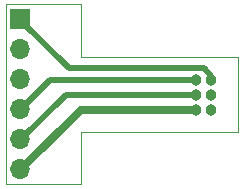
<source format=gbr>
%TF.GenerationSoftware,KiCad,Pcbnew,(7.0.0)*%
%TF.CreationDate,2024-06-17T14:15:37-04:00*%
%TF.ProjectId,Connector Bit,436f6e6e-6563-4746-9f72-204269742e6b,rev?*%
%TF.SameCoordinates,PX5f5e100PY6de6c40*%
%TF.FileFunction,Copper,L2,Bot*%
%TF.FilePolarity,Positive*%
%FSLAX46Y46*%
G04 Gerber Fmt 4.6, Leading zero omitted, Abs format (unit mm)*
G04 Created by KiCad (PCBNEW (7.0.0)) date 2024-06-17 14:15:37*
%MOMM*%
%LPD*%
G01*
G04 APERTURE LIST*
%TA.AperFunction,ComponentPad*%
%ADD10C,0.965000*%
%TD*%
%TA.AperFunction,ComponentPad*%
%ADD11R,1.700000X1.700000*%
%TD*%
%TA.AperFunction,ComponentPad*%
%ADD12O,1.700000X1.700000*%
%TD*%
%TA.AperFunction,Conductor*%
%ADD13C,0.500000*%
%TD*%
%TA.AperFunction,Conductor*%
%ADD14C,0.700000*%
%TD*%
%TA.AperFunction,Profile*%
%ADD15C,0.025400*%
%TD*%
G04 APERTURE END LIST*
D10*
%TO.P,J1,1,1*%
%TO.N,+BATT*%
X17359000Y8820000D03*
%TO.P,J1,2,2*%
%TO.N,/SDA*%
X17359000Y7570000D03*
%TO.P,J1,3,3*%
%TO.N,/SCL*%
X17359000Y6320000D03*
%TO.P,J1,4,4*%
%TO.N,+5V*%
X16109000Y8820000D03*
%TO.P,J1,5,5*%
%TO.N,VBUS*%
X16109000Y7570000D03*
%TO.P,J1,6,6*%
%TO.N,GND*%
X16109000Y6320000D03*
%TD*%
D11*
%TO.P,ToPowerPack1,1,1*%
%TO.N,+BATT*%
X1218999Y13969999D03*
D12*
%TO.P,ToPowerPack1,2,2*%
%TO.N,/SDA*%
X1218999Y11429999D03*
%TO.P,ToPowerPack1,3,3*%
%TO.N,/SCL*%
X1218999Y8889999D03*
%TO.P,ToPowerPack1,4,4*%
%TO.N,+5V*%
X1218999Y6349999D03*
%TO.P,ToPowerPack1,5,5*%
%TO.N,VBUS*%
X1218999Y3809999D03*
%TO.P,ToPowerPack1,6,6*%
%TO.N,GND*%
X1218999Y1269999D03*
%TD*%
D13*
%TO.N,+BATT*%
X5299000Y9814000D02*
X5301000Y9816000D01*
X16727000Y9816000D02*
X17359000Y9184000D01*
X17359000Y9184000D02*
X17359000Y8816000D01*
X5301000Y9816000D02*
X16727000Y9816000D01*
X1219000Y13894000D02*
X5299000Y9814000D01*
%TO.N,+5V*%
X3761000Y8816000D02*
X16109000Y8816000D01*
X1219000Y6274000D02*
X3761000Y8816000D01*
%TO.N,VBUS*%
X5051000Y7566000D02*
X16109000Y7566000D01*
X1219000Y3734000D02*
X5051000Y7566000D01*
D14*
%TO.N,GND*%
X6341000Y6316000D02*
X16109000Y6316000D01*
X1219000Y1194000D02*
X6341000Y6316000D01*
%TD*%
D15*
X6350000Y15240000D02*
X6350000Y10795000D01*
X6350000Y10795000D02*
X19634000Y10795000D01*
X6350000Y0D02*
X6350000Y4445000D01*
X0Y15240000D02*
X0Y0D01*
X6350000Y4445000D02*
X19634000Y4445000D01*
X0Y15240000D02*
X6350000Y15240000D01*
X0Y0D02*
X6350000Y0D01*
X19634000Y10795000D02*
X19634000Y4445000D01*
M02*

</source>
